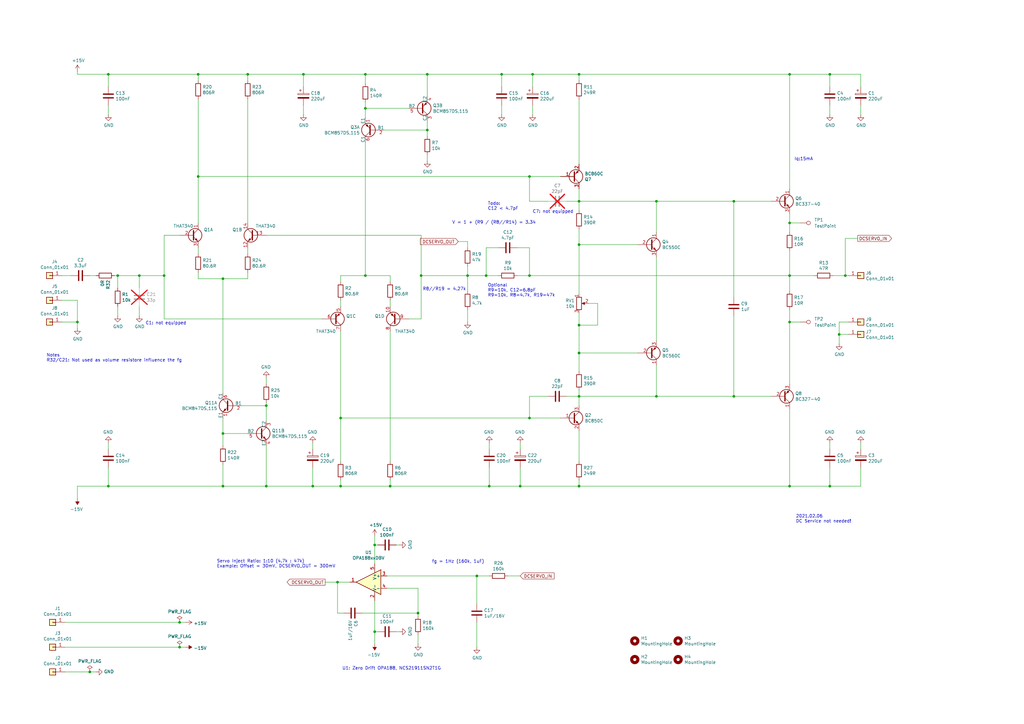
<source format=kicad_sch>
(kicad_sch (version 20230121) (generator eeschema)
  (paper "A3")
  (title_block (title "Discrete Pre-Amp Elektor THAT340 with DC Servo") (date "2023-01-01") (rev "v2e"))
  (lib_symbols
    (symbol "Amplifier_Operational:OPA188xxDBV" (pin_names (offset 0.127))
      (property "Reference" "U" (at 0 5.08 0))
      (property "Value" "OPA188xxDBV" (at 0 -5.08 0))
      (symbol "OPA188xxDBV_0_1"
        (pin power_in line (at -2.54 -7.62 90) (length 3.81) (name "V-") (number "2"))
        (pin power_in line (at -2.54 7.62 270) (length 3.81) (name "V+") (number "5"))
      )
      (symbol "OPA188xxDBV_1_1"
        (pin output line (at 7.62 0 180) (length 2.54) (name "~") (number "1"))
        (pin input line (at -7.62 2.54 0) (length 2.54) (name "+") (number "3"))
        (pin input line (at -7.62 -2.54 0) (length 2.54) (name "-") (number "4"))
      )
    )
    (symbol "Connector:TestPoint" (pin_numbers hide) (pin_names (offset 0.762) hide)
      (property "Reference" "TP" (at 0 6.858 0))
      (property "Value" "TestPoint" (at 0 5.08 0))
      (symbol "TestPoint_1_1"
        (pin passive line (at 0 0 90) (length 2.54) (name "1") (number "1"))
      )
    )
    (symbol "Connector_Generic:Conn_01x01" (pin_names (offset 1.016) hide)
      (property "Reference" "J" (at 0 2.54 0))
      (property "Value" "Conn_01x01" (at 0 -2.54 0))
      (symbol "Conn_01x01_1_1"
        (pin passive line (at -5.08 0 0) (length 3.81) (name "Pin_1") (number "1"))
      )
    )
    (symbol "Device:C" (pin_numbers hide) (pin_names (offset 0.254))
      (property "Reference" "C" (at 0.635 2.54 0))
      (property "Value" "C" (at 0.635 -2.54 0))
      (symbol "C_1_1"
        (pin passive line (at 0 3.81 270) (length 2.794) (name "~") (number "1"))
        (pin passive line (at 0 -3.81 90) (length 2.794) (name "~") (number "2"))
      )
    )
    (symbol "Device:C_Polarized" (pin_numbers hide) (pin_names (offset 0.254))
      (property "Reference" "C" (at 0.635 2.54 0))
      (property "Value" "C_Polarized" (at 0.635 -2.54 0))
      (symbol "C_Polarized_1_1"
        (pin passive line (at 0 3.81 270) (length 2.794) (name "~") (number "1"))
        (pin passive line (at 0 -3.81 90) (length 2.794) (name "~") (number "2"))
      )
    )
    (symbol "Device:R" (pin_numbers hide) (pin_names (offset 0))
      (property "Reference" "R" (at 2.032 0 90))
      (property "Value" "R" (at 0 0 90))
      (symbol "R_1_1"
        (pin passive line (at 0 3.81 270) (length 1.27) (name "~") (number "1"))
        (pin passive line (at 0 -3.81 90) (length 1.27) (name "~") (number "2"))
      )
    )
    (symbol "Mechanical:MountingHole" (pin_names (offset 1.016))
      (property "Reference" "H" (at 0 5.08 0))
      (property "Value" "MountingHole" (at 0 3.175 0))
    )
    (symbol "Transistor_BJT:BC327" (pin_names (offset 0) hide)
      (property "Reference" "Q" (at 5.08 1.905 0))
      (property "Value" "BC327" (at 5.08 0 0))
      (symbol "BC327_1_1"
        (pin passive line (at 2.54 5.08 270) (length 2.54) (name "C") (number "1"))
        (pin input line (at -5.08 0 0) (length 5.715) (name "B") (number "2"))
        (pin passive line (at 2.54 -5.08 90) (length 2.54) (name "E") (number "3"))
      )
    )
    (symbol "Transistor_BJT:BC337" (pin_names (offset 0) hide)
      (property "Reference" "Q" (at 5.08 1.905 0))
      (property "Value" "BC337" (at 5.08 0 0))
      (symbol "BC337_1_1"
        (pin passive line (at 2.54 5.08 270) (length 2.54) (name "C") (number "1"))
        (pin input line (at -5.08 0 0) (length 5.08) (name "B") (number "2"))
        (pin passive line (at 2.54 -5.08 90) (length 2.54) (name "E") (number "3"))
      )
    )
    (symbol "Transistor_BJT:BC550" (pin_names (offset 0) hide)
      (property "Reference" "Q" (at 5.08 1.905 0))
      (property "Value" "BC550" (at 5.08 0 0))
      (symbol "BC550_1_1"
        (pin passive line (at 2.54 5.08 270) (length 2.54) (name "C") (number "1"))
        (pin input line (at -5.08 0 0) (length 5.08) (name "B") (number "2"))
        (pin passive line (at 2.54 -5.08 90) (length 2.54) (name "E") (number "3"))
      )
    )
    (symbol "Transistor_BJT:BC560" (pin_names (offset 0) hide)
      (property "Reference" "Q" (at 5.08 1.905 0))
      (property "Value" "BC560" (at 5.08 0 0))
      (symbol "BC560_1_1"
        (pin passive line (at 2.54 5.08 270) (length 2.54) (name "C") (number "1"))
        (pin input line (at -5.08 0 0) (length 5.715) (name "B") (number "2"))
        (pin passive line (at 2.54 -5.08 90) (length 2.54) (name "E") (number "3"))
      )
    )
    (symbol "Transistor_BJT:BC850" (pin_names (offset 0) hide)
      (property "Reference" "Q" (at 5.08 1.905 0))
      (property "Value" "BC850" (at 5.08 0 0))
      (symbol "BC850_1_1"
        (pin input line (at -5.08 0 0) (length 5.715) (name "B") (number "1"))
        (pin passive line (at 2.54 -5.08 90) (length 2.54) (name "E") (number "2"))
        (pin passive line (at 2.54 5.08 270) (length 2.54) (name "C") (number "3"))
      )
    )
    (symbol "Transistor_BJT:BC860" (pin_names (offset 0) hide)
      (property "Reference" "Q" (at 5.08 1.905 0))
      (property "Value" "BC860" (at 5.08 0 0))
      (symbol "BC860_1_1"
        (pin input line (at -5.08 0 0) (length 5.715) (name "B") (number "1"))
        (pin passive line (at 2.54 -5.08 90) (length 2.54) (name "E") (number "2"))
        (pin passive line (at 2.54 5.08 270) (length 2.54) (name "C") (number "3"))
      )
    )
    (symbol "kicad-snk:BCM847DS,115" (pin_names (offset 0))
      (property "Reference" "Q" (at 5.08 1.27 0))
      (property "Value" "BCM847DS,115" (at 5.08 -1.27 0))
      (symbol "BCM847DS,115_1_1"
        (pin passive line (at 2.54 -5.08 90) (length 2.54) (name "E1") (number "1"))
        (pin input line (at -5.08 0 0) (length 2.54) (name "B1") (number "2"))
        (pin passive line (at 2.54 5.08 270) (length 2.54) (name "C1") (number "6"))
      )
      (symbol "BCM847DS,115_2_1"
        (pin passive line (at 2.54 5.08 270) (length 2.54) (name "C2") (number "3"))
        (pin passive line (at 2.54 -5.08 90) (length 2.54) (name "E2") (number "4"))
        (pin input line (at -5.08 0 0) (length 2.54) (name "B2") (number "5"))
      )
    )
    (symbol "kicad-snk:BCM857DS,115" (pin_names (offset 0))
      (property "Reference" "Q" (at 5.08 1.27 0))
      (property "Value" "BCM857DS,115" (at 5.08 -1.27 0))
      (symbol "BCM857DS,115_1_1"
        (pin passive line (at 2.54 -5.08 90) (length 2.54) (name "E1") (number "1"))
        (pin input line (at -5.08 0 0) (length 2.54) (name "B1") (number "2"))
        (pin passive line (at 2.54 5.08 270) (length 2.54) (name "C1") (number "6"))
      )
      (symbol "BCM857DS,115_2_1"
        (pin passive line (at 2.54 5.08 270) (length 2.54) (name "C2") (number "3"))
        (pin passive line (at 2.54 -5.08 90) (length 2.54) (name "E2") (number "4"))
        (pin input line (at -5.08 0 0) (length 2.54) (name "B2") (number "5"))
      )
    )
    (symbol "kicad-snk:THAT340" (pin_names (offset 0) hide)
      (property "Reference" "Q" (at 5.334 -5.08 0))
      (property "Value" "THAT340" (at 5.334 -6.858 0))
      (property "Datasheet" "http://www.thatcorp.com/datashts/THAT_300-Series_Datasheet.pdf" (at -2.032 0 0))
      (symbol "THAT340_1_1"
        (pin passive line (at 2.54 5.08 270) (length 2.54) (name "C") (number "1"))
        (pin input line (at -5.08 0 0) (length 5.715) (name "B") (number "2"))
        (pin passive line (at 2.54 -5.08 90) (length 2.54) (name "E") (number "3"))
      )
      (symbol "THAT340_2_1"
        (pin passive line (at 2.54 -5.08 90) (length 2.54) (name "E") (number "12"))
        (pin input line (at -5.08 0 0) (length 5.715) (name "B") (number "13"))
        (pin passive line (at 2.54 5.08 270) (length 2.54) (name "C") (number "14"))
      )
      (symbol "THAT340_3_1"
        (pin passive line (at 2.54 5.08 270) (length 2.54) (name "C") (number "5"))
        (pin input line (at -5.08 0 0) (length 5.715) (name "B") (number "6"))
        (pin passive line (at 2.54 -5.08 90) (length 2.54) (name "E") (number "7"))
      )
      (symbol "THAT340_4_1"
        (pin input line (at 2.54 5.08 270) (length 2.54) (name "~") (number "10"))
        (pin passive line (at 2.54 -5.08 90) (length 2.54) (name "E") (number "8"))
        (pin input line (at -5.08 0 0) (length 5.715) (name "B") (number "9"))
      )
      (symbol "THAT340_5_0"
        (text "SUB" (at -2.667 0 0) (effects (font (size 1.524 1.524))))
        (text "SUB" (at 2.921 0 0) (effects (font (size 1.524 1.524))))
      )
      (symbol "THAT340_5_1"
        (pin passive line (at 7.62 0 180) (length 2.54) (name "E") (number "11"))
        (pin input line (at -7.62 0 0) (length 2.54) (name "B") (number "4"))
      )
    )
    (symbol "power:+15V" (power) (pin_names (offset 0))
      (property "Value" "+15V" (at 0 3.556 0))
      (symbol "+15V_1_1"
        (pin power_in line (at 0 0 90) (length 0) hide (name "+15V") (number "1"))
      )
    )
    (symbol "power:-15V" (power) (pin_names (offset 0))
      (property "Value" "-15V" (at 0 3.81 0))
      (symbol "-15V_0_0"
        (pin power_in line (at 0 0 90) (length 0) hide (name "-15V") (number "1"))
      )
    )
    (symbol "power:GND" (power) (pin_names (offset 0))
      (property "Value" "GND" (at 0 -3.81 0))
      (symbol "GND_1_1"
        (pin power_in line (at 0 0 270) (length 0) hide (name "GND") (number "1"))
      )
    )
    (symbol "power:PWR_FLAG" (power) (pin_numbers hide) (pin_names (offset 0) hide)
      (property "Value" "PWR_FLAG" (at 0 3.81 0))
      (symbol "PWR_FLAG_0_0"
        (pin power_out line (at 0 0 90) (length 0) (name "pwr") (number "1"))
      )
    )
    (symbol "pre-amp-discret-rescue:R_POT-Device" (pin_names (offset 1.016) hide)
      (property "Reference" "RV" (at -4.445 0 90))
      (property "Value" "R_POT-Device" (at -2.54 0 90))
      (symbol "R_POT-Device_1_1"
        (pin passive line (at 0 3.81 270) (length 1.27) (name "1") (number "1"))
        (pin passive line (at 3.81 0 180) (length 1.27) (name "2") (number "2"))
        (pin passive line (at 0 -3.81 90) (length 1.27) (name "3") (number "3"))
      )
    )
  )
  (junction (at 149.86 113.03))
  (junction (at 139.7 199.39))
  (junction (at 237.49 162.56))
  (junction (at 237.49 100.33))
  (junction (at 237.49 30.48))
  (junction (at 149.86 30.48))
  (junction (at 67.31 113.03))
  (junction (at 160.02 199.39))
  (junction (at 237.49 82.55))
  (junction (at 300.99 82.55))
  (junction (at 175.26 30.48))
  (junction (at 237.49 133.35))
  (junction (at 217.17 72.39))
  (junction (at 124.46 30.48))
  (junction (at 340.36 199.39))
  (junction (at 195.58 236.22))
  (junction (at 171.45 251.46))
  (junction (at 139.7 171.45))
  (junction (at 346.71 113.03))
  (junction (at 323.85 91.44))
  (junction (at 91.44 114.3))
  (junction (at 138.43 238.76))
  (junction (at 172.72 113.03))
  (junction (at 36.83 275.59))
  (junction (at 153.67 223.52))
  (junction (at 237.49 144.78))
  (junction (at 205.74 30.48))
  (junction (at 323.85 113.03))
  (junction (at 44.45 30.48))
  (junction (at 81.28 30.48))
  (junction (at 175.26 53.34))
  (junction (at 217.17 171.45))
  (junction (at 44.45 199.39))
  (junction (at 73.66 255.27))
  (junction (at 109.22 166.37))
  (junction (at 57.15 113.03))
  (junction (at 269.24 162.56))
  (junction (at 323.85 30.48))
  (junction (at 109.22 199.39))
  (junction (at 31.75 132.08))
  (junction (at 218.44 30.48))
  (junction (at 213.36 199.39))
  (junction (at 73.66 265.43))
  (junction (at 91.44 199.39))
  (junction (at 323.85 132.08))
  (junction (at 81.28 72.39))
  (junction (at 191.77 113.03))
  (junction (at 200.66 199.39))
  (junction (at 48.26 113.03))
  (junction (at 269.24 82.55))
  (junction (at 340.36 30.48))
  (junction (at 237.49 199.39))
  (junction (at 149.86 44.45))
  (junction (at 91.44 177.8))
  (junction (at 199.39 113.03))
  (junction (at 128.27 199.39))
  (junction (at 101.6 30.48))
  (junction (at 344.17 137.16))
  (junction (at 300.99 162.56))
  (junction (at 217.17 113.03))
  (junction (at 323.85 199.39))
  (junction (at 153.67 259.08))
  (wire (pts (xy 26.67 265.43) (xy 73.66 265.43)))
  (wire (pts (xy 73.66 255.27) (xy 76.2 255.27)))
  (wire (pts (xy 347.98 132.08) (xy 344.17 132.08)))
  (wire (pts (xy 91.44 114.3) (xy 81.28 114.3)))
  (wire (pts (xy 237.49 100.33) (xy 237.49 93.98)))
  (wire (pts (xy 200.66 184.15) (xy 200.66 181.61)))
  (wire (pts (xy 163.83 223.52) (xy 162.56 223.52)))
  (wire (pts (xy 158.75 236.22) (xy 195.58 236.22)))
  (wire (pts (xy 109.22 182.88) (xy 109.22 199.39)))
  (wire (pts (xy 323.85 119.38) (xy 323.85 113.03)))
  (wire (pts (xy 212.09 101.6) (xy 217.17 101.6)))
  (wire (pts (xy 353.06 43.18) (xy 353.06 46.99)))
  (wire (pts (xy 353.06 30.48) (xy 340.36 30.48)))
  (wire (pts (xy 237.49 199.39) (xy 237.49 196.85)))
  (wire (pts (xy 67.31 96.52) (xy 67.31 113.03)))
  (wire (pts (xy 205.74 30.48) (xy 218.44 30.48)))
  (wire (pts (xy 261.62 100.33) (xy 237.49 100.33)))
  (wire (pts (xy 237.49 176.53) (xy 237.49 189.23)))
  (wire (pts (xy 149.86 113.03) (xy 160.02 113.03)))
  (wire (pts (xy 205.74 30.48) (xy 205.74 35.56)))
  (wire (pts (xy 213.36 191.77) (xy 213.36 199.39)))
  (wire (pts (xy 172.72 96.52) (xy 172.72 113.03)))
  (wire (pts (xy 138.43 251.46) (xy 138.43 238.76)))
  (wire (pts (xy 153.67 219.71) (xy 153.67 223.52)))
  (wire (pts (xy 237.49 162.56) (xy 237.49 160.02)))
  (wire (pts (xy 153.67 246.38) (xy 153.67 259.08)))
  (wire (pts (xy 269.24 82.55) (xy 237.49 82.55)))
  (wire (pts (xy 344.17 132.08) (xy 344.17 137.16)))
  (wire (pts (xy 217.17 162.56) (xy 217.17 171.45)))
  (wire (pts (xy 347.98 137.16) (xy 344.17 137.16)))
  (wire (pts (xy 31.75 199.39) (xy 44.45 199.39)))
  (wire (pts (xy 340.36 35.56) (xy 340.36 30.48)))
  (wire (pts (xy 237.49 86.36) (xy 237.49 82.55)))
  (wire (pts (xy 323.85 91.44) (xy 328.295 91.44)))
  (wire (pts (xy 237.49 33.02) (xy 237.49 30.48)))
  (wire (pts (xy 25.4 132.08) (xy 31.75 132.08)))
  (wire (pts (xy 160.02 125.73) (xy 160.02 123.19)))
  (wire (pts (xy 148.59 251.46) (xy 171.45 251.46)))
  (wire (pts (xy 26.67 255.27) (xy 73.66 255.27)))
  (wire (pts (xy 160.02 135.89) (xy 160.02 189.23)))
  (wire (pts (xy 109.22 96.52) (xy 172.72 96.52)))
  (wire (pts (xy 199.39 113.03) (xy 191.77 113.03)))
  (wire (pts (xy 175.26 66.04) (xy 175.26 63.5)))
  (wire (pts (xy 101.6 40.64) (xy 101.6 91.44)))
  (wire (pts (xy 44.45 35.56) (xy 44.45 30.48)))
  (wire (pts (xy 57.15 113.03) (xy 67.31 113.03)))
  (wire (pts (xy 149.86 34.29) (xy 149.86 30.48)))
  (wire (pts (xy 160.02 199.39) (xy 200.66 199.39)))
  (wire (pts (xy 205.74 46.99) (xy 205.74 43.18)))
  (wire (pts (xy 44.45 184.15) (xy 44.45 181.61)))
  (wire (pts (xy 175.26 30.48) (xy 205.74 30.48)))
  (wire (pts (xy 157.48 53.34) (xy 175.26 53.34)))
  (wire (pts (xy 109.22 165.1) (xy 109.22 166.37)))
  (wire (pts (xy 224.79 162.56) (xy 217.17 162.56)))
  (wire (pts (xy 139.7 135.89) (xy 139.7 171.45)))
  (wire (pts (xy 128.27 184.15) (xy 128.27 181.61)))
  (wire (pts (xy 153.67 259.08) (xy 153.67 264.16)))
  (wire (pts (xy 224.79 82.55) (xy 217.17 82.55)))
  (wire (pts (xy 57.15 129.54) (xy 57.15 125.73)))
  (wire (pts (xy 101.6 30.48) (xy 101.6 33.02)))
  (wire (pts (xy 48.26 118.11) (xy 48.26 113.03)))
  (wire (pts (xy 323.85 87.63) (xy 323.85 91.44)))
  (wire (pts (xy 109.22 166.37) (xy 109.22 172.72)))
  (wire (pts (xy 48.26 113.03) (xy 57.15 113.03)))
  (wire (pts (xy 232.41 162.56) (xy 237.49 162.56)))
  (wire (pts (xy 31.75 30.48) (xy 31.75 29.21)))
  (wire (pts (xy 149.86 48.26) (xy 149.86 44.45)))
  (wire (pts (xy 26.67 275.59) (xy 36.83 275.59)))
  (wire (pts (xy 340.36 199.39) (xy 340.36 191.77)))
  (wire (pts (xy 200.66 191.77) (xy 200.66 199.39)))
  (wire (pts (xy 67.31 113.03) (xy 67.31 130.81)))
  (wire (pts (xy 323.85 167.64) (xy 323.85 199.39)))
  (wire (pts (xy 245.11 133.35) (xy 237.49 133.35)))
  (wire (pts (xy 213.36 199.39) (xy 237.49 199.39)))
  (wire (pts (xy 300.99 162.56) (xy 269.24 162.56)))
  (wire (pts (xy 217.17 171.45) (xy 139.7 171.45)))
  (wire (pts (xy 109.22 157.48) (xy 109.22 154.94)))
  (wire (pts (xy 139.7 125.73) (xy 139.7 123.19)))
  (wire (pts (xy 73.66 265.43) (xy 76.2 265.43)))
  (wire (pts (xy 44.45 199.39) (xy 44.45 191.77)))
  (wire (pts (xy 346.71 113.03) (xy 347.98 113.03)))
  (wire (pts (xy 139.7 113.03) (xy 149.86 113.03)))
  (wire (pts (xy 237.49 199.39) (xy 323.85 199.39)))
  (wire (pts (xy 323.85 199.39) (xy 340.36 199.39)))
  (wire (pts (xy 300.99 129.54) (xy 300.99 162.56)))
  (wire (pts (xy 31.75 132.08) (xy 31.75 134.62)))
  (wire (pts (xy 172.72 113.03) (xy 191.77 113.03)))
  (wire (pts (xy 232.41 82.55) (xy 237.49 82.55)))
  (wire (pts (xy 340.36 184.15) (xy 340.36 181.61)))
  (wire (pts (xy 44.45 46.99) (xy 44.45 43.18)))
  (wire (pts (xy 213.36 184.15) (xy 213.36 181.61)))
  (wire (pts (xy 323.85 157.48) (xy 323.85 132.08)))
  (wire (pts (xy 153.67 223.52) (xy 153.67 231.14)))
  (wire (pts (xy 175.26 53.34) (xy 175.26 49.53)))
  (wire (pts (xy 323.85 30.48) (xy 340.36 30.48)))
  (wire (pts (xy 237.49 133.35) (xy 237.49 144.78)))
  (wire (pts (xy 175.26 39.37) (xy 175.26 30.48)))
  (wire (pts (xy 237.49 30.48) (xy 323.85 30.48)))
  (wire (pts (xy 128.27 199.39) (xy 128.27 191.77)))
  (wire (pts (xy 101.6 114.3) (xy 91.44 114.3)))
  (wire (pts (xy 217.17 113.03) (xy 323.85 113.03)))
  (wire (pts (xy 167.64 130.81) (xy 172.72 130.81)))
  (wire (pts (xy 31.75 204.47) (xy 31.75 199.39)))
  (wire (pts (xy 139.7 171.45) (xy 139.7 189.23)))
  (wire (pts (xy 81.28 114.3) (xy 81.28 111.76)))
  (wire (pts (xy 101.6 177.8) (xy 91.44 177.8)))
  (wire (pts (xy 36.83 113.03) (xy 39.37 113.03)))
  (wire (pts (xy 154.94 259.08) (xy 153.67 259.08)))
  (wire (pts (xy 81.28 104.14) (xy 81.28 101.6)))
  (wire (pts (xy 31.75 30.48) (xy 44.45 30.48)))
  (wire (pts (xy 31.75 123.19) (xy 31.75 132.08)))
  (wire (pts (xy 160.02 115.57) (xy 160.02 113.03)))
  (wire (pts (xy 101.6 104.14) (xy 101.6 101.6)))
  (wire (pts (xy 172.72 113.03) (xy 172.72 130.81)))
  (wire (pts (xy 140.97 251.46) (xy 138.43 251.46)))
  (wire (pts (xy 191.77 101.6) (xy 191.77 99.06)))
  (wire (pts (xy 81.28 40.64) (xy 81.28 72.39)))
  (wire (pts (xy 212.09 113.03) (xy 217.17 113.03)))
  (wire (pts (xy 99.06 166.37) (xy 109.22 166.37)))
  (wire (pts (xy 300.99 121.92) (xy 300.99 82.55)))
  (wire (pts (xy 229.87 171.45) (xy 217.17 171.45)))
  (wire (pts (xy 91.44 177.8) (xy 91.44 171.45)))
  (wire (pts (xy 323.85 113.03) (xy 334.01 113.03)))
  (wire (pts (xy 269.24 149.86) (xy 269.24 162.56)))
  (wire (pts (xy 44.45 199.39) (xy 91.44 199.39)))
  (wire (pts (xy 353.06 184.15) (xy 353.06 181.61)))
  (wire (pts (xy 323.85 30.48) (xy 323.85 77.47)))
  (wire (pts (xy 346.71 97.79) (xy 346.71 113.03)))
  (wire (pts (xy 109.22 199.39) (xy 128.27 199.39)))
  (wire (pts (xy 139.7 115.57) (xy 139.7 113.03)))
  (wire (pts (xy 245.11 124.46) (xy 245.11 133.35)))
  (wire (pts (xy 199.39 101.6) (xy 199.39 113.03)))
  (wire (pts (xy 36.83 275.59) (xy 39.37 275.59)))
  (wire (pts (xy 128.27 199.39) (xy 139.7 199.39)))
  (wire (pts (xy 353.06 199.39) (xy 353.06 191.77)))
  (wire (pts (xy 25.4 113.03) (xy 29.21 113.03)))
  (wire (pts (xy 149.86 30.48) (xy 175.26 30.48)))
  (wire (pts (xy 171.45 260.35) (xy 171.45 264.16)))
  (wire (pts (xy 149.86 58.42) (xy 149.86 113.03)))
  (wire (pts (xy 241.3 124.46) (xy 245.11 124.46)))
  (wire (pts (xy 124.46 35.56) (xy 124.46 30.48)))
  (wire (pts (xy 195.58 236.22) (xy 200.66 236.22)))
  (wire (pts (xy 139.7 199.39) (xy 160.02 199.39)))
  (wire (pts (xy 171.45 241.3) (xy 158.75 241.3)))
  (wire (pts (xy 353.06 199.39) (xy 340.36 199.39)))
  (wire (pts (xy 57.15 118.11) (xy 57.15 113.03)))
  (wire (pts (xy 25.4 123.19) (xy 31.75 123.19)))
  (wire (pts (xy 208.28 236.22) (xy 213.36 236.22)))
  (wire (pts (xy 217.17 101.6) (xy 217.17 113.03)))
  (wire (pts (xy 48.26 129.54) (xy 48.26 125.73)))
  (wire (pts (xy 133.35 238.76) (xy 138.43 238.76)))
  (wire (pts (xy 139.7 199.39) (xy 139.7 196.85)))
  (wire (pts (xy 217.17 72.39) (xy 217.17 82.55)))
  (wire (pts (xy 81.28 30.48) (xy 101.6 30.48)))
  (wire (pts (xy 167.64 44.45) (xy 149.86 44.45)))
  (wire (pts (xy 149.86 44.45) (xy 149.86 41.91)))
  (wire (pts (xy 218.44 30.48) (xy 237.49 30.48)))
  (wire (pts (xy 191.77 127) (xy 191.77 132.08)))
  (wire (pts (xy 81.28 30.48) (xy 81.28 33.02)))
  (wire (pts (xy 175.26 55.88) (xy 175.26 53.34)))
  (wire (pts (xy 191.77 113.03) (xy 191.77 119.38)))
  (wire (pts (xy 124.46 43.18) (xy 124.46 46.99)))
  (wire (pts (xy 67.31 96.52) (xy 73.66 96.52)))
  (wire (pts (xy 46.99 113.03) (xy 48.26 113.03)))
  (wire (pts (xy 163.83 259.08) (xy 162.56 259.08)))
  (wire (pts (xy 218.44 43.18) (xy 218.44 46.99)))
  (wire (pts (xy 204.47 101.6) (xy 199.39 101.6)))
  (wire (pts (xy 171.45 252.73) (xy 171.45 251.46)))
  (wire (pts (xy 269.24 162.56) (xy 237.49 162.56)))
  (wire (pts (xy 237.49 144.78) (xy 237.49 152.4)))
  (wire (pts (xy 195.58 247.65) (xy 195.58 236.22)))
  (wire (pts (xy 344.17 140.97) (xy 344.17 137.16)))
  (wire (pts (xy 199.39 113.03) (xy 204.47 113.03)))
  (wire (pts (xy 237.49 120.65) (xy 237.49 100.33)))
  (wire (pts (xy 353.06 35.56) (xy 353.06 30.48)))
  (wire (pts (xy 269.24 105.41) (xy 269.24 139.7)))
  (wire (pts (xy 341.63 113.03) (xy 346.71 113.03)))
  (wire (pts (xy 323.85 91.44) (xy 323.85 95.25)))
  (wire (pts (xy 237.49 82.55) (xy 237.49 77.47)))
  (wire (pts (xy 200.66 199.39) (xy 213.36 199.39)))
  (wire (pts (xy 171.45 251.46) (xy 171.45 241.3)))
  (wire (pts (xy 138.43 238.76) (xy 143.51 238.76)))
  (wire (pts (xy 124.46 30.48) (xy 101.6 30.48)))
  (wire (pts (xy 323.85 132.08) (xy 328.295 132.08)))
  (wire (pts (xy 191.77 99.06) (xy 187.96 99.06)))
  (wire (pts (xy 195.58 265.43) (xy 195.58 255.27)))
  (wire (pts (xy 323.85 113.03) (xy 323.85 102.87)))
  (wire (pts (xy 160.02 199.39) (xy 160.02 196.85)))
  (wire (pts (xy 81.28 72.39) (xy 81.28 91.44)))
  (wire (pts (xy 101.6 114.3) (xy 101.6 111.76)))
  (wire (pts (xy 351.79 97.79) (xy 346.71 97.79)))
  (wire (pts (xy 67.31 130.81) (xy 132.08 130.81)))
  (wire (pts (xy 269.24 95.25) (xy 269.24 82.55)))
  (wire (pts (xy 91.44 199.39) (xy 109.22 199.39)))
  (wire (pts (xy 217.17 72.39) (xy 81.28 72.39)))
  (wire (pts (xy 300.99 82.55) (xy 269.24 82.55)))
  (wire (pts (xy 154.94 223.52) (xy 153.67 223.52)))
  (wire (pts (xy 237.49 40.64) (xy 237.49 67.31)))
  (wire (pts (xy 323.85 132.08) (xy 323.85 127)))
  (wire (pts (xy 44.45 30.48) (xy 81.28 30.48)))
  (wire (pts (xy 91.44 161.29) (xy 91.44 114.3)))
  (wire (pts (xy 237.49 166.37) (xy 237.49 162.56)))
  (wire (pts (xy 316.23 162.56) (xy 300.99 162.56)))
  (wire (pts (xy 229.87 72.39) (xy 217.17 72.39)))
  (wire (pts (xy 91.44 190.5) (xy 91.44 199.39)))
  (wire (pts (xy 191.77 109.22) (xy 191.77 113.03)))
  (wire (pts (xy 237.49 128.27) (xy 237.49 133.35)))
  (wire (pts (xy 261.62 144.78) (xy 237.49 144.78)))
  (wire (pts (xy 340.36 46.99) (xy 340.36 43.18)))
  (wire (pts (xy 91.44 182.88) (xy 91.44 177.8)))
  (wire (pts (xy 124.46 30.48) (xy 149.86 30.48)))
  (wire (pts (xy 218.44 30.48) (xy 218.44 35.56)))
  (wire (pts (xy 316.23 82.55) (xy 300.99 82.55)))
  (text "V = 1 + (R9 / (R8//R14) = 3.34" (at 185.42 92.075 0) (effects (font (size 1.27 1.27)) (justify left bottom)))
  (text "U1: Zero Drift OPA188, NCS21911SN2T1G" (at 140.335 274.955 0) (effects (font (size 1.27 1.27)) (justify left bottom)))
  (text "Notes\nR32/C21: Not used as volume resistore influence the fg" (at 19.05 148.59 0) (effects (font (size 1.27 1.27)) (justify left bottom)))
  (text "R8//R19 = 4.27k" (at 173.355 119.38 0) (effects (font (size 1.27 1.27)) (justify left bottom)))
  (text "2021.02.06\nDC Service not needed!" (at 326.39 214.63 0) (effects (font (size 1.27 1.27)) (justify left bottom)))
  (text "fg = 1Hz (160k, 1uF)" (at 177.165 231.14 0) (effects (font (size 1.27 1.27)) (justify left bottom)))
  (text "Optional\nR9=10k, C12=6.8pF\nR9=10k, R8=4.7k, R19=47k" (at 200.025 121.92 0) (effects (font (size 1.27 1.27)) (justify left bottom)))
  (text "Todo:\nC12 < 4.7pF" (at 200.025 86.36 0) (effects (font (size 1.27 1.27)) (justify left bottom)))
  (text "C7: not equipped" (at 218.44 87.63 0) (effects (font (size 1.27 1.27)) (justify left bottom)))
  (text "C1: not equipped" (at 59.69 133.35 0) (effects (font (size 1.27 1.27)) (justify left bottom)))
  (text "Servo Inject Ratio: 1:10 (4.7k : 47k)\nExample: Offset = 30mV, DCSERVO_OUT = 300mV" (at 88.9 233.045 0) (effects (font (size 1.27 1.27)) (justify left bottom)))
  (text "Iq:15mA" (at 325.755 66.04 0) (effects (font (size 1.27 1.27)) (justify left bottom)))
  (global_label "DCSERVO_OUT" (shape output) (at 133.35 238.76 180) (property "Intersheetrefs" "${INTERSHEET_REFS}" (effects hide)))
  (global_label "DCSERVO_OUT" (shape input) (at 187.96 99.06 180) (property "Intersheetrefs" "${INTERSHEET_REFS}" (effects hide)))
  (global_label "DCSERVO_IN" (shape output) (at 351.79 97.79 0) (property "Intersheetrefs" "${INTERSHEET_REFS}" (effects hide)))
  (global_label "DCSERVO_IN" (shape input) (at 213.36 236.22 0) (property "Intersheetrefs" "${INTERSHEET_REFS}" (effects hide)))
  (symbol (lib_id "Device:R") (at 160.02 193.04 0) (unit 1)
    (property "Reference" "R6" (at 161.798 191.8716 0) (effects (justify left)))
    (property "Value" "806R" (at 161.798 194.183 0) (effects (justify left)))
    (property "Footprint" "Resistor_SMD:R_0805_2012Metric_Pad1.20x1.40mm_HandSolder" (effects hide))
  )
  (symbol (lib_id "Device:C") (at 33.02 113.03 270) (unit 1)
    (property "Reference" "C2" (at 33.02 106.6292 90))
    (property "Value" "3.3uF" (at 33.02 108.9406 90))
    (property "Footprint" "Capacitor_THT:C_Rect_L7.2mm_W7.2mm_P5.00mm_FKS2_FKP2_MKS2_MKP2" (effects hide))
  )
  (symbol (lib_id "power:GND") (at 48.26 129.54 0) (unit 1)
    (property "Reference" "#PWR09" (effects hide))
    (property "Value" "GND" (at 48.387 133.9342 0))
  )
  (symbol (lib_id "Device:R") (at 139.7 193.04 0) (unit 1)
    (property "Reference" "R3" (at 141.478 191.8716 0) (effects (justify left)))
    (property "Value" "806R" (at 141.478 194.183 0) (effects (justify left)))
    (property "Footprint" "Resistor_SMD:R_0805_2012Metric_Pad1.20x1.40mm_HandSolder" (effects hide))
  )
  (symbol (lib_id "Device:R") (at 48.26 121.92 0) (unit 1)
    (property "Reference" "R1" (at 50.038 120.7516 0) (effects (justify left)))
    (property "Value" "10k" (at 50.038 123.063 0) (effects (justify left)))
    (property "Footprint" "Resistor_SMD:R_0805_2012Metric_Pad1.20x1.40mm_HandSolder" (effects hide))
  )
  (symbol (lib_id "Device:R") (at 191.77 123.19 0) (unit 1)
    (property "Reference" "R8" (at 193.548 122.0216 0) (effects (justify left)))
    (property "Value" "4.7k" (at 193.548 124.333 0) (effects (justify left)))
    (property "Footprint" "Resistor_SMD:R_0805_2012Metric_Pad1.20x1.40mm_HandSolder" (effects hide))
  )
  (symbol (lib_id "Device:R") (at 208.28 113.03 270) (unit 1)
    (property "Reference" "R9" (at 208.28 107.7722 90))
    (property "Value" "10k" (at 208.28 110.0836 90))
    (property "Footprint" "Resistor_SMD:R_0805_2012Metric_Pad1.20x1.40mm_HandSolder" (effects hide))
  )
  (symbol (lib_id "Device:R") (at 139.7 119.38 0) (unit 1)
    (property "Reference" "R2" (at 141.478 118.2116 0) (effects (justify left)))
    (property "Value" "80.6R" (at 141.478 120.523 0) (effects (justify left)))
    (property "Footprint" "Resistor_SMD:R_0805_2012Metric_Pad1.20x1.40mm_HandSolder" (effects hide))
  )
  (symbol (lib_id "Device:R") (at 160.02 119.38 0) (unit 1)
    (property "Reference" "R5" (at 161.798 118.2116 0) (effects (justify left)))
    (property "Value" "80.6R" (at 161.798 120.523 0) (effects (justify left)))
    (property "Footprint" "Resistor_SMD:R_0805_2012Metric_Pad1.20x1.40mm_HandSolder" (effects hide))
  )
  (symbol (lib_id "Device:R") (at 149.86 38.1 0) (unit 1)
    (property "Reference" "R4" (at 151.638 36.9316 0) (effects (justify left)))
    (property "Value" "140R" (at 151.638 39.243 0) (effects (justify left)))
    (property "Footprint" "Resistor_SMD:R_0805_2012Metric_Pad1.20x1.40mm_HandSolder" (effects hide))
  )
  (symbol (lib_id "Device:R") (at 175.26 59.69 0) (unit 1)
    (property "Reference" "R7" (at 177.038 58.5216 0) (effects (justify left)))
    (property "Value" "10k" (at 177.038 60.833 0) (effects (justify left)))
    (property "Footprint" "Resistor_SMD:R_0805_2012Metric_Pad1.20x1.40mm_HandSolder" (effects hide))
  )
  (symbol (lib_id "Transistor_BJT:BC860") (at 234.95 72.39 0) (mirror x) (unit 1)
    (property "Reference" "Q7" (at 239.8014 73.5584 0) (effects (justify left)))
    (property "Value" "BC860C" (at 239.8014 71.247 0) (effects (justify left)))
    (property "Footprint" "Package_TO_SOT_SMD:SOT-23" (effects hide))
    (property "Datasheet" "http://www.infineon.com/dgdl/Infineon-BC857SERIES_BC858SERIES_BC859SERIES_BC860SERIES-DS-v01_01-en.pdf?fileId=db3a304314dca389011541da0e3a1661" (effects hide))
  )
  (symbol (lib_id "Device:R") (at 237.49 36.83 0) (unit 1)
    (property "Reference" "R11" (at 239.268 35.6616 0) (effects (justify left)))
    (property "Value" "249R" (at 239.268 37.973 0) (effects (justify left)))
    (property "Footprint" "Resistor_SMD:R_0805_2012Metric_Pad1.20x1.40mm_HandSolder" (effects hide))
  )
  (symbol (lib_id "power:GND") (at 191.77 132.08 0) (unit 1)
    (property "Reference" "#PWR013" (effects hide))
    (property "Value" "GND" (at 191.897 136.4742 0))
  )
  (symbol (lib_id "power:GND") (at 31.75 134.62 0) (unit 1)
    (property "Reference" "#PWR04" (effects hide))
    (property "Value" "GND" (at 31.877 139.0142 0))
  )
  (symbol (lib_id "Mechanical:MountingHole") (at 260.35 262.89 0) (unit 1)
    (property "Reference" "H1" (at 262.89 261.7216 0) (effects (justify left)))
    (property "Value" "MountingHole" (at 262.89 264.033 0) (effects (justify left)))
    (property "Footprint" "MountingHole:MountingHole_3.2mm_M3" (effects hide))
  )
  (symbol (lib_id "Mechanical:MountingHole") (at 278.13 262.89 0) (unit 1)
    (property "Reference" "H3" (at 280.67 261.7216 0) (effects (justify left)))
    (property "Value" "MountingHole" (at 280.67 264.033 0) (effects (justify left)))
    (property "Footprint" "MountingHole:MountingHole_3.2mm_M3" (effects hide))
  )
  (symbol (lib_id "Mechanical:MountingHole") (at 260.35 270.51 0) (unit 1)
    (property "Reference" "H2" (at 262.89 269.3416 0) (effects (justify left)))
    (property "Value" "MountingHole" (at 262.89 271.653 0) (effects (justify left)))
    (property "Footprint" "MountingHole:MountingHole_3.2mm_M3" (effects hide))
  )
  (symbol (lib_id "Mechanical:MountingHole") (at 278.13 270.51 0) (unit 1)
    (property "Reference" "H4" (at 280.67 269.3416 0) (effects (justify left)))
    (property "Value" "MountingHole" (at 280.67 271.653 0) (effects (justify left)))
    (property "Footprint" "MountingHole:MountingHole_3.2mm_M3" (effects hide))
  )
  (symbol (lib_id "Connector_Generic:Conn_01x01") (at 20.32 113.03 180) (unit 1)
    (property "Reference" "J4" (at 22.4028 107.315 0))
    (property "Value" "Conn_01x01" (at 22.4028 109.6264 0))
    (property "Footprint" "Connector_Pin:Pin_D1.0mm_L10.0mm" (effects hide))
  )
  (symbol (lib_id "Connector_Generic:Conn_01x01") (at 20.32 123.19 180) (unit 1)
    (property "Reference" "J5" (at 22.4028 117.475 0))
    (property "Value" "Conn_01x01" (at 22.4028 119.7864 0))
    (property "Footprint" "Connector_Pin:Pin_D1.0mm_L10.0mm" (effects hide))
  )
  (symbol (lib_id "power:GND") (at 175.26 66.04 0) (unit 1)
    (property "Reference" "#PWR012" (effects hide))
    (property "Value" "GND" (at 175.387 70.4342 0))
  )
  (symbol (lib_id "power:+15V") (at 31.75 29.21 0) (unit 1)
    (property "Reference" "#PWR05" (effects hide))
    (property "Value" "+15V" (at 32.131 24.8158 0))
  )
  (symbol (lib_id "power:-15V") (at 31.75 204.47 180) (unit 1)
    (property "Reference" "#PWR08" (effects hide))
    (property "Value" "-15V" (at 31.369 208.8642 0))
  )
  (symbol (lib_id "Connector_Generic:Conn_01x01") (at 353.06 113.03 0) (unit 1)
    (property "Reference" "J6" (at 355.092 111.9632 0) (effects (justify left)))
    (property "Value" "Conn_01x01" (at 355.092 114.2746 0) (effects (justify left)))
    (property "Footprint" "Connector_Pin:Pin_D1.0mm_L10.0mm" (effects hide))
  )
  (symbol (lib_id "Connector_Generic:Conn_01x01") (at 353.06 137.16 0) (unit 1)
    (property "Reference" "J7" (at 355.092 136.0932 0) (effects (justify left)))
    (property "Value" "Conn_01x01" (at 355.092 138.4046 0) (effects (justify left)))
    (property "Footprint" "Connector_Pin:Pin_D1.0mm_L10.0mm" (effects hide))
  )
  (symbol (lib_id "Connector_Generic:Conn_01x01") (at 21.59 255.27 180) (unit 1)
    (property "Reference" "J1" (at 23.6728 249.555 0))
    (property "Value" "Conn_01x01" (at 23.6728 251.8664 0))
    (property "Footprint" "Connector_Pin:Pin_D1.0mm_L10.0mm" (effects hide))
  )
  (symbol (lib_id "Connector_Generic:Conn_01x01") (at 21.59 275.59 180) (unit 1)
    (property "Reference" "J2" (at 23.6728 269.875 0))
    (property "Value" "Conn_01x01" (at 23.6728 272.1864 0))
    (property "Footprint" "Connector_Pin:Pin_D1.0mm_L10.0mm" (effects hide))
  )
  (symbol (lib_id "Connector_Generic:Conn_01x01") (at 21.59 265.43 180) (unit 1)
    (property "Reference" "J3" (at 23.6728 259.715 0))
    (property "Value" "Conn_01x01" (at 23.6728 262.0264 0))
    (property "Footprint" "Connector_Pin:Pin_D1.0mm_L10.0mm" (effects hide))
  )
  (symbol (lib_id "power:GND") (at 39.37 275.59 90) (unit 1)
    (property "Reference" "#PWR02" (effects hide))
    (property "Value" "GND" (at 42.6212 275.463 90) (effects (justify right)))
  )
  (symbol (lib_id "power:+15V") (at 76.2 255.27 270) (unit 1)
    (property "Reference" "#PWR01" (effects hide))
    (property "Value" "+15V" (at 79.4512 255.651 90) (effects (justify left)))
  )
  (symbol (lib_id "Device:C_Polarized") (at 353.06 187.96 0) (unit 1)
    (property "Reference" "C3" (at 356.0572 186.7916 0) (effects (justify left)))
    (property "Value" "220uF" (at 356.0572 189.103 0) (effects (justify left)))
    (property "Footprint" "Capacitor_THT:CP_Radial_D8.0mm_P3.50mm" (effects hide))
  )
  (symbol (lib_id "Device:C") (at 340.36 187.96 180) (unit 1)
    (property "Reference" "C5" (at 343.281 186.7916 0) (effects (justify right)))
    (property "Value" "100nF" (at 343.281 189.103 0) (effects (justify right)))
    (property "Footprint" "Capacitor_SMD:C_1210_3225Metric_Pad1.33x2.70mm_HandSolder" (effects hide))
  )
  (symbol (lib_id "power:GND") (at 44.45 181.61 180) (unit 1)
    (property "Reference" "#PWR011" (effects hide))
    (property "Value" "GND" (at 44.323 177.2158 0))
  )
  (symbol (lib_id "Device:R") (at 337.82 113.03 270) (unit 1)
    (property "Reference" "R13" (at 337.82 107.7722 90))
    (property "Value" "47R" (at 337.82 110.0836 90))
    (property "Footprint" "Resistor_SMD:R_0805_2012Metric_Pad1.20x1.40mm_HandSolder" (effects hide))
  )
  (symbol (lib_id "Device:C_Polarized") (at 353.06 39.37 0) (unit 1)
    (property "Reference" "C1" (at 356.0572 38.2016 0) (effects (justify left)))
    (property "Value" "220uF" (at 356.0572 40.513 0) (effects (justify left)))
    (property "Footprint" "Capacitor_THT:CP_Radial_D8.0mm_P3.50mm" (effects hide))
  )
  (symbol (lib_id "Device:C") (at 340.36 39.37 180) (unit 1)
    (property "Reference" "C4" (at 343.281 38.2016 0) (effects (justify right)))
    (property "Value" "100nF" (at 343.281 40.513 0) (effects (justify right)))
    (property "Footprint" "Capacitor_SMD:C_1210_3225Metric_Pad1.33x2.70mm_HandSolder" (effects hide))
  )
  (symbol (lib_id "power:GND") (at 44.45 46.99 0) (unit 1)
    (property "Reference" "#PWR010" (effects hide))
    (property "Value" "GND" (at 44.577 51.3842 0))
  )
  (symbol (lib_id "power:GND") (at 344.17 140.97 0) (unit 1)
    (property "Reference" "#PWR015" (effects hide))
    (property "Value" "GND" (at 344.297 145.3642 0))
  )
  (symbol (lib_id "power:-15V") (at 76.2 265.43 270) (unit 1)
    (property "Reference" "#PWR0101" (effects hide))
    (property "Value" "-15V" (at 79.4512 265.811 90) (effects (justify left)))
  )
  (symbol (lib_id "power:PWR_FLAG") (at 36.83 275.59 0) (unit 1)
    (property "Reference" "#FLG0101" (effects hide))
    (property "Value" "PWR_FLAG" (at 36.83 271.1958 0))
  )
  (symbol (lib_id "power:PWR_FLAG") (at 73.66 265.43 0) (unit 1)
    (property "Reference" "#FLG0103" (effects hide))
    (property "Value" "PWR_FLAG" (at 73.66 261.0358 0))
  )
  (symbol (lib_id "Device:C") (at 208.28 101.6 270) (unit 1)
    (property "Reference" "C12" (at 208.28 95.1992 90))
    (property "Value" "4.7pF" (at 208.28 97.5106 90))
    (property "Footprint" "Capacitor_SMD:C_0805_2012Metric_Pad1.18x1.45mm_HandSolder" (effects hide))
  )
  (symbol (lib_id "Device:C") (at 44.45 39.37 180) (unit 1)
    (property "Reference" "C13" (at 47.371 38.2016 0) (effects (justify right)))
    (property "Value" "100nF" (at 47.371 40.513 0) (effects (justify right)))
    (property "Footprint" "Capacitor_SMD:C_1210_3225Metric_Pad1.33x2.70mm_HandSolder" (effects hide))
  )
  (symbol (lib_id "Device:C") (at 44.45 187.96 180) (unit 1)
    (property "Reference" "C14" (at 47.371 186.7916 0) (effects (justify right)))
    (property "Value" "100nF" (at 47.371 189.103 0) (effects (justify right)))
    (property "Footprint" "Capacitor_SMD:C_1210_3225Metric_Pad1.33x2.70mm_HandSolder" (effects hide))
  )
  (symbol (lib_id "power:GND") (at 340.36 181.61 180) (unit 1)
    (property "Reference" "#PWR018" (effects hide))
    (property "Value" "GND" (at 340.233 177.2158 0))
  )
  (symbol (lib_id "power:GND") (at 340.36 46.99 0) (unit 1)
    (property "Reference" "#PWR017" (effects hide))
    (property "Value" "GND" (at 340.487 51.3842 0))
  )
  (symbol (lib_id "power:GND") (at 353.06 46.99 0) (unit 1)
    (property "Reference" "#PWR019" (effects hide))
    (property "Value" "GND" (at 353.187 51.3842 0))
  )
  (symbol (lib_id "power:GND") (at 353.06 181.61 180) (unit 1)
    (property "Reference" "#PWR020" (effects hide))
    (property "Value" "GND" (at 352.933 177.2158 0))
  )
  (symbol (lib_id "kicad-snk:BCM847DS,115") (at 93.98 166.37 0) (mirror y) (unit 1)
    (property "Reference" "Q11" (at 89.1286 165.2016 0) (effects (justify left)))
    (property "Value" "BCM847DS,115" (at 89.1286 167.513 0) (effects (justify left)))
    (property "Footprint" "Package_SO:SC-74-6_1.5x2.9mm_P0.95mm" (effects hide))
    (property "Datasheet" "https://www.analog.com/media/en/technical-documentation/obsolete-data-sheets/SSM2210.pdf" (effects hide))
  )
  (symbol (lib_id "kicad-snk:BCM847DS,115") (at 106.68 177.8 0) (unit 2)
    (property "Reference" "Q11" (at 111.506 176.6316 0) (effects (justify left)))
    (property "Value" "BCM847DS,115" (at 111.506 178.943 0) (effects (justify left)))
    (property "Footprint" "Package_SO:SC-74-6_1.5x2.9mm_P0.95mm" (effects hide))
    (property "Datasheet" "https://www.analog.com/media/en/technical-documentation/obsolete-data-sheets/SSM2210.pdf" (effects hide))
  )
  (symbol (lib_id "power:PWR_FLAG") (at 73.66 255.27 0) (unit 1)
    (property "Reference" "#FLG01" (effects hide))
    (property "Value" "PWR_FLAG" (at 73.66 250.8758 0))
  )
  (symbol (lib_id "kicad-snk:BCM857DS,115") (at 172.72 44.45 0) (mirror x) (unit 2)
    (property "Reference" "Q3" (at 177.546 43.2816 0) (effects (justify left)))
    (property "Value" "BCM857DS,115" (at 177.546 45.593 0) (effects (justify left)))
    (property "Footprint" "Package_SO:SC-74-6_1.5x2.9mm_P0.95mm" (effects hide))
    (property "Datasheet" "https://www.analog.com/media/en/technical-documentation/data-sheets/SSM2220.pdf" (effects hide))
  )
  (symbol (lib_id "kicad-snk:BCM857DS,115") (at 152.4 53.34 180) (unit 1)
    (property "Reference" "Q3" (at 147.5486 52.1716 0) (effects (justify left)))
    (property "Value" "BCM857DS,115" (at 147.5486 54.483 0) (effects (justify left)))
    (property "Footprint" "Package_SO:SC-74-6_1.5x2.9mm_P0.95mm" (effects hide))
    (property "Datasheet" "https://www.analog.com/media/en/technical-documentation/data-sheets/SSM2220.pdf" (effects hide))
  )
  (symbol (lib_id "Device:R") (at 237.49 193.04 0) (unit 1)
    (property "Reference" "R27" (at 239.268 191.8716 0) (effects (justify left)))
    (property "Value" "249R" (at 239.268 194.183 0) (effects (justify left)))
    (property "Footprint" "Resistor_SMD:R_0805_2012Metric_Pad1.20x1.40mm_HandSolder" (effects hide))
  )
  (symbol (lib_id "Device:C_Polarized") (at 124.46 39.37 0) (unit 1)
    (property "Reference" "C18" (at 127.4572 38.2016 0) (effects (justify left)))
    (property "Value" "220uF" (at 127.4572 40.513 0) (effects (justify left)))
    (property "Footprint" "Capacitor_THT:CP_Radial_D8.0mm_P3.50mm" (effects hide))
  )
  (symbol (lib_id "power:GND") (at 124.46 46.99 0) (unit 1)
    (property "Reference" "#PWR023" (effects hide))
    (property "Value" "GND" (at 124.587 51.3842 0))
  )
  (symbol (lib_id "Device:C_Polarized") (at 128.27 187.96 0) (unit 1)
    (property "Reference" "C19" (at 131.2672 186.7916 0) (effects (justify left)))
    (property "Value" "220uF" (at 131.2672 189.103 0) (effects (justify left)))
    (property "Footprint" "Capacitor_THT:CP_Radial_D8.0mm_P3.50mm" (effects hide))
  )
  (symbol (lib_id "power:GND") (at 128.27 181.61 180) (unit 1)
    (property "Reference" "#PWR024" (effects hide))
    (property "Value" "GND" (at 128.143 177.2158 0))
  )
  (symbol (lib_id "Device:R") (at 101.6 36.83 0) (unit 1)
    (property "Reference" "R23" (at 103.378 35.6616 0) (effects (justify left)))
    (property "Value" "806R" (at 103.378 37.973 0) (effects (justify left)))
    (property "Footprint" "Resistor_SMD:R_0805_2012Metric_Pad1.20x1.40mm_HandSolder" (effects hide))
  )
  (symbol (lib_id "Device:R") (at 81.28 36.83 0) (unit 1)
    (property "Reference" "R20" (at 83.058 35.6616 0) (effects (justify left)))
    (property "Value" "806R" (at 83.058 37.973 0) (effects (justify left)))
    (property "Footprint" "Resistor_SMD:R_0805_2012Metric_Pad1.20x1.40mm_HandSolder" (effects hide))
  )
  (symbol (lib_id "Device:R") (at 81.28 107.95 0) (unit 1)
    (property "Reference" "R21" (at 83.058 106.7816 0) (effects (justify left)))
    (property "Value" "80.6R" (at 83.058 109.093 0) (effects (justify left)))
    (property "Footprint" "Resistor_SMD:R_0805_2012Metric_Pad1.20x1.40mm_HandSolder" (effects hide))
  )
  (symbol (lib_id "Device:R") (at 101.6 107.95 0) (unit 1)
    (property "Reference" "R24" (at 103.378 106.7816 0) (effects (justify left)))
    (property "Value" "80.6R" (at 103.378 109.093 0) (effects (justify left)))
    (property "Footprint" "Resistor_SMD:R_0805_2012Metric_Pad1.20x1.40mm_HandSolder" (effects hide))
  )
  (symbol (lib_id "Device:R") (at 109.22 161.29 0) (unit 1)
    (property "Reference" "R25" (at 110.998 160.1216 0) (effects (justify left)))
    (property "Value" "10k" (at 110.998 162.433 0) (effects (justify left)))
    (property "Footprint" "Resistor_SMD:R_0805_2012Metric_Pad1.20x1.40mm_HandSolder" (effects hide))
  )
  (symbol (lib_id "power:GND") (at 109.22 154.94 180) (unit 1)
    (property "Reference" "#PWR0104" (effects hide))
    (property "Value" "GND" (at 109.093 150.5458 0))
  )
  (symbol (lib_id "Device:R") (at 91.44 186.69 0) (unit 1)
    (property "Reference" "R22" (at 93.218 185.5216 0) (effects (justify left)))
    (property "Value" "140R" (at 93.218 187.833 0) (effects (justify left)))
    (property "Footprint" "Resistor_SMD:R_0805_2012Metric_Pad1.20x1.40mm_HandSolder" (effects hide))
  )
  (symbol (lib_id "Device:C") (at 57.15 121.92 180) (unit 1) (dnp yes)
    (property "Reference" "C21" (at 60.071 120.7516 0) (effects (justify right)))
    (property "Value" "33p" (at 60.071 123.063 0) (effects (justify right)))
    (property "Footprint" "Capacitor_SMD:C_0805_2012Metric_Pad1.18x1.45mm_HandSolder" (effects hide))
  )
  (symbol (lib_id "Device:R") (at 43.18 113.03 270) (unit 1)
    (property "Reference" "R32" (at 44.3484 114.808 0) (effects (justify left)))
    (property "Value" "0R" (at 42.037 114.808 0) (effects (justify left)))
    (property "Footprint" "Resistor_SMD:R_0805_2012Metric_Pad1.20x1.40mm_HandSolder" (effects hide))
  )
  (symbol (lib_id "Device:R") (at 237.49 90.17 0) (unit 1)
    (property "Reference" "R14" (at 239.268 89.0016 0) (effects (justify left)))
    (property "Value" "390R" (at 239.268 91.313 0) (effects (justify left)))
    (property "Footprint" "Resistor_SMD:R_0805_2012Metric_Pad1.20x1.40mm_HandSolder" (effects hide))
  )
  (symbol (lib_id "power:GND") (at 57.15 129.54 0) (unit 1)
    (property "Reference" "#PWR031" (effects hide))
    (property "Value" "GND" (at 57.277 133.9342 0))
  )
  (symbol (lib_id "Device:R") (at 237.49 156.21 0) (unit 1)
    (property "Reference" "R15" (at 239.268 155.0416 0) (effects (justify left)))
    (property "Value" "390R" (at 239.268 157.353 0) (effects (justify left)))
    (property "Footprint" "Resistor_SMD:R_0805_2012Metric_Pad1.20x1.40mm_HandSolder" (effects hide))
  )
  (symbol (lib_id "pre-amp-discret-rescue:R_POT-Device") (at 237.49 124.46 0) (unit 1)
    (property "Reference" "RV1" (at 235.712 123.2916 0) (effects (justify right)))
    (property "Value" "10k" (at 235.712 125.603 0) (effects (justify right)))
    (property "Footprint" "Potentiometer_THT:Potentiometer_Bourns_3296W_Vertical" (effects hide))
  )
  (symbol (lib_id "Device:R") (at 323.85 99.06 0) (unit 1)
    (property "Reference" "R16" (at 325.628 97.8916 0) (effects (justify left)))
    (property "Value" "10R" (at 325.628 100.203 0) (effects (justify left)))
    (property "Footprint" "Resistor_SMD:R_0805_2012Metric_Pad1.20x1.40mm_HandSolder" (effects hide))
  )
  (symbol (lib_id "Device:R") (at 323.85 123.19 0) (unit 1)
    (property "Reference" "R17" (at 325.628 122.0216 0) (effects (justify left)))
    (property "Value" "10R" (at 325.628 124.333 0) (effects (justify left)))
    (property "Footprint" "Resistor_SMD:R_0805_2012Metric_Pad1.20x1.40mm_HandSolder" (effects hide))
  )
  (symbol (lib_id "Device:C") (at 300.99 125.73 180) (unit 1)
    (property "Reference" "C9" (at 303.911 124.5616 0) (effects (justify right)))
    (property "Value" "1uF" (at 303.911 126.873 0) (effects (justify right)))
    (property "Footprint" "Capacitor_THT:C_Rect_L7.2mm_W5.5mm_P5.00mm_FKS2_FKP2_MKS2_MKP2" (effects hide))
  )
  (symbol (lib_id "Transistor_BJT:BC560") (at 266.7 144.78 0) (mirror x) (unit 1)
    (property "Reference" "Q5" (at 271.5514 143.6116 0) (effects (justify left)))
    (property "Value" "BC560C" (at 271.5514 145.923 0) (effects (justify left)))
    (property "Footprint" "Package_TO_SOT_THT:TO-92_Inline" (effects hide))
    (property "Datasheet" "https://www.onsemi.com/pub/Collateral/BC556BTA-D.pdf" (effects hide))
  )
  (symbol (lib_id "Transistor_BJT:BC550") (at 266.7 100.33 0) (unit 1)
    (property "Reference" "Q4" (at 271.5514 99.1616 0) (effects (justify left)))
    (property "Value" "BC550C" (at 271.5514 101.473 0) (effects (justify left)))
    (property "Footprint" "Package_TO_SOT_THT:TO-92_Inline" (effects hide))
    (property "Datasheet" "https://www.onsemi.com/pub/Collateral/BC550-D.pdf" (effects hide))
  )
  (symbol (lib_id "Transistor_BJT:BC850") (at 234.95 171.45 0) (unit 1)
    (property "Reference" "Q2" (at 239.8014 170.2816 0) (effects (justify left)))
    (property "Value" "BC850C" (at 239.8014 172.593 0) (effects (justify left)))
    (property "Footprint" "Package_TO_SOT_SMD:SOT-23" (effects hide))
    (property "Datasheet" "http://www.infineon.com/dgdl/Infineon-BC847SERIES_BC848SERIES_BC849SERIES_BC850SERIES-DS-v01_01-en.pdf?fileId=db3a304314dca389011541d4630a1657" (effects hide))
  )
  (symbol (lib_id "Transistor_BJT:BC337") (at 321.31 82.55 0) (unit 1)
    (property "Reference" "Q6" (at 326.136 81.3816 0) (effects (justify left)))
    (property "Value" "BC337-40" (at 326.136 83.693 0) (effects (justify left)))
    (property "Footprint" "Package_TO_SOT_THT:TO-92_Inline" (effects hide))
    (property "Datasheet" "https://diotec.com/tl_files/diotec/files/pdf/datasheets/bc337.pdf" (effects hide))
  )
  (symbol (lib_id "Transistor_BJT:BC327") (at 321.31 162.56 0) (mirror x) (unit 1)
    (property "Reference" "Q8" (at 326.136 161.3916 0) (effects (justify left)))
    (property "Value" "BC327-40" (at 326.136 163.703 0) (effects (justify left)))
    (property "Footprint" "Package_TO_SOT_THT:TO-92_Inline" (effects hide))
    (property "Datasheet" "http://www.onsemi.com/pub_link/Collateral/BC327-D.PDF" (effects hide))
  )
  (symbol (lib_id "Device:R") (at 204.47 236.22 270) (unit 1)
    (property "Reference" "R26" (at 204.47 230.9622 90))
    (property "Value" "160k" (at 204.47 233.2736 90))
    (property "Footprint" "Resistor_SMD:R_0805_2012Metric_Pad1.20x1.40mm_HandSolder" (effects hide))
  )
  (symbol (lib_id "Device:C") (at 195.58 251.46 180) (unit 1)
    (property "Reference" "C17" (at 198.501 250.2916 0) (effects (justify right)))
    (property "Value" "1uF/16V" (at 198.501 252.603 0) (effects (justify right)))
    (property "Footprint" "Capacitor_SMD:C_1210_3225Metric_Pad1.33x2.70mm_HandSolder" (effects hide))
  )
  (symbol (lib_id "Device:R") (at 171.45 256.54 0) (unit 1)
    (property "Reference" "R18" (at 173.228 255.3716 0) (effects (justify left)))
    (property "Value" "160k" (at 173.228 257.683 0) (effects (justify left)))
    (property "Footprint" "Resistor_SMD:R_0805_2012Metric_Pad1.20x1.40mm_HandSolder" (effects hide))
  )
  (symbol (lib_id "Device:C") (at 144.78 251.46 90) (unit 1)
    (property "Reference" "C6" (at 145.9484 254.381 0) (effects (justify right)))
    (property "Value" "1uF/16V" (at 143.637 254.381 0) (effects (justify right)))
    (property "Footprint" "Capacitor_SMD:C_1210_3225Metric_Pad1.33x2.70mm_HandSolder" (effects hide))
  )
  (symbol (lib_id "Device:C") (at 158.75 223.52 270) (unit 1)
    (property "Reference" "C10" (at 158.75 217.1192 90))
    (property "Value" "100nF" (at 158.75 219.4306 90))
    (property "Footprint" "Capacitor_SMD:C_0603_1608Metric_Pad1.08x0.95mm_HandSolder" (effects hide))
  )
  (symbol (lib_id "power:+15V") (at 153.67 219.71 0) (unit 1)
    (property "Reference" "#PWR0102" (effects hide))
    (property "Value" "+15V" (at 154.051 215.3158 0))
  )
  (symbol (lib_id "power:-15V") (at 153.67 264.16 180) (unit 1)
    (property "Reference" "#PWR0103" (effects hide))
    (property "Value" "-15V" (at 153.289 268.5542 0))
  )
  (symbol (lib_id "Device:C") (at 158.75 259.08 270) (unit 1)
    (property "Reference" "C11" (at 158.75 252.6792 90))
    (property "Value" "100nF" (at 158.75 254.9906 90))
    (property "Footprint" "Capacitor_SMD:C_0603_1608Metric_Pad1.08x0.95mm_HandSolder" (effects hide))
  )
  (symbol (lib_id "power:GND") (at 163.83 259.08 90) (unit 1)
    (property "Reference" "#PWR0105" (effects hide))
    (property "Value" "GND" (at 168.2242 258.953 0))
  )
  (symbol (lib_id "power:GND") (at 171.45 264.16 0) (unit 1)
    (property "Reference" "#PWR0106" (effects hide))
    (property "Value" "GND" (at 171.577 268.5542 0))
  )
  (symbol (lib_id "power:GND") (at 195.58 265.43 0) (unit 1)
    (property "Reference" "#PWR0107" (effects hide))
    (property "Value" "GND" (at 195.707 269.8242 0))
  )
  (symbol (lib_id "Amplifier_Operational:OPA188xxDBV") (at 151.13 238.76 0) (mirror y) (unit 1)
    (property "Reference" "U1" (at 151.13 226.5426 0))
    (property "Value" "OPA188xxDBV" (at 151.13 228.854 0))
    (property "Footprint" "Package_TO_SOT_SMD:TSOT-23-5" (effects hide))
    (property "Datasheet" "http://www.ti.com/lit/ds/symlink/opa188.pdf" (effects hide))
  )
  (symbol (lib_id "power:GND") (at 163.83 223.52 90) (unit 1)
    (property "Reference" "#PWR0108" (effects hide))
    (property "Value" "GND" (at 168.2242 223.393 0))
  )
  (symbol (lib_id "Device:R") (at 191.77 105.41 0) (unit 1)
    (property "Reference" "R19" (at 193.548 104.2416 0) (effects (justify left)))
    (property "Value" "47k" (at 193.548 106.553 0) (effects (justify left)))
    (property "Footprint" "Resistor_SMD:R_0805_2012Metric_Pad1.20x1.40mm_HandSolder" (effects hide))
  )
  (symbol (lib_id "power:GND") (at 205.74 46.99 0) (unit 1)
    (property "Reference" "#PWR0109" (effects hide))
    (property "Value" "GND" (at 205.867 51.3842 0))
  )
  (symbol (lib_id "Connector:TestPoint") (at 328.295 91.44 270) (unit 1)
    (property "Reference" "TP1" (at 334.01 90.1699 90) (effects (justify left)))
    (property "Value" "TestPoint" (at 334.01 92.7099 90) (effects (justify left)))
    (property "Footprint" "TestPoint:TestPoint_Pad_D1.0mm" (effects hide))
  )
  (symbol (lib_id "Connector_Generic:Conn_01x01") (at 353.06 132.08 0) (unit 1)
    (property "Reference" "J9" (at 355.092 131.0132 0) (effects (justify left)))
    (property "Value" "Conn_01x01" (at 355.092 133.3246 0) (effects (justify left)))
    (property "Footprint" "Connector_Pin:Pin_D1.0mm_L10.0mm" (effects hide))
  )
  (symbol (lib_id "Device:C") (at 205.74 39.37 180) (unit 1)
    (property "Reference" "C15" (at 208.661 38.2016 0) (effects (justify right)))
    (property "Value" "100nF" (at 208.661 40.513 0) (effects (justify right)))
    (property "Footprint" "Capacitor_SMD:C_1210_3225Metric_Pad1.33x2.70mm_HandSolder" (effects hide))
  )
  (symbol (lib_id "Device:C_Polarized") (at 213.36 187.96 0) (unit 1)
    (property "Reference" "C22" (at 216.3572 186.7916 0) (effects (justify left)))
    (property "Value" "220uF" (at 216.3572 189.103 0) (effects (justify left)))
    (property "Footprint" "Capacitor_THT:CP_Radial_D8.0mm_P3.50mm" (effects hide))
  )
  (symbol (lib_id "Device:C_Polarized") (at 218.44 39.37 0) (unit 1)
    (property "Reference" "C16" (at 221.4372 38.2016 0) (effects (justify left)))
    (property "Value" "220uF" (at 221.4372 40.513 0) (effects (justify left)))
    (property "Footprint" "Capacitor_THT:CP_Radial_D8.0mm_P3.50mm" (effects hide))
  )
  (symbol (lib_id "kicad-snk:THAT340") (at 137.16 130.81 0) (unit 3)
    (property "Reference" "Q1" (at 141.986 129.6416 0) (effects (justify left)))
    (property "Value" "THAT340" (at 129.54 135.89 0) (effects (justify left)))
  )
  (symbol (lib_id "Device:C") (at 228.6 82.55 270) (unit 1) (dnp yes)
    (property "Reference" "C7" (at 228.6 76.1492 90))
    (property "Value" "22pF" (at 228.6 78.4606 90))
    (property "Footprint" "Capacitor_SMD:C_0805_2012Metric_Pad1.18x1.45mm_HandSolder" (effects hide))
  )
  (symbol (lib_id "Device:C") (at 200.66 187.96 180) (unit 1)
    (property "Reference" "C20" (at 203.581 186.7916 0) (effects (justify right)))
    (property "Value" "100nF" (at 203.581 189.103 0) (effects (justify right)))
    (property "Footprint" "Capacitor_SMD:C_1210_3225Metric_Pad1.33x2.70mm_HandSolder" (effects hide))
  )
  (symbol (lib_id "Device:C") (at 228.6 162.56 270) (unit 1)
    (property "Reference" "C8" (at 228.6 156.1592 90))
    (property "Value" "22pF" (at 228.6 158.4706 90))
    (property "Footprint" "Capacitor_SMD:C_0805_2012Metric_Pad1.18x1.45mm_HandSolder" (effects hide))
  )
  (symbol (lib_id "kicad-snk:THAT340") (at 162.56 130.81 0) (mirror y) (unit 4)
    (property "Reference" "Q1" (at 157.734 129.6416 0) (effects (justify left)))
    (property "Value" "THAT340" (at 170.18 135.89 0) (effects (justify left)))
  )
  (symbol (lib_id "power:GND") (at 213.36 181.61 180) (unit 1)
    (property "Reference" "#PWR0111" (effects hide))
    (property "Value" "GND" (at 213.233 177.2158 0))
  )
  (symbol (lib_id "power:GND") (at 200.66 181.61 180) (unit 1)
    (property "Reference" "#PWR0112" (effects hide))
    (property "Value" "GND" (at 200.533 177.2158 0))
  )
  (symbol (lib_id "Connector_Generic:Conn_01x01") (at 20.32 132.08 180) (unit 1)
    (property "Reference" "J8" (at 22.4028 126.365 0))
    (property "Value" "Conn_01x01" (at 22.4028 128.6764 0))
    (property "Footprint" "Connector_Pin:Pin_D1.0mm_L10.0mm" (effects hide))
  )
  (symbol (lib_id "kicad-snk:THAT340") (at 78.74 96.52 0) (unit 1)
    (property "Reference" "Q1" (at 83.566 94.2086 0) (effects (justify left)))
    (property "Value" "THAT340" (at 71.12 92.71 0) (effects (justify left)))
    (property "Footprint" "Package_SO:SOIC-14_3.9x8.7mm_P1.27mm" (effects hide))
  )
  (symbol (lib_id "kicad-snk:THAT340") (at 104.14 96.52 0) (mirror y) (unit 2)
    (property "Reference" "Q1" (at 99.3394 94.2086 0) (effects (justify left)))
    (property "Value" "THAT340" (at 113.03 92.71 0) (effects (justify left)))
    (property "Footprint" "Package_SO:SOIC-14_3.9x8.7mm_P1.27mm" (effects hide))
  )
  (symbol (lib_id "power:GND") (at 218.44 46.99 0) (unit 1)
    (property "Reference" "#PWR0110" (effects hide))
    (property "Value" "GND" (at 218.567 51.3842 0))
  )
  (symbol (lib_id "Connector:TestPoint") (at 328.295 132.08 270) (unit 1)
    (property "Reference" "TP2" (at 334.01 130.8099 90) (effects (justify left)))
    (property "Value" "TestPoint" (at 334.01 133.3499 90) (effects (justify left)))
    (property "Footprint" "TestPoint:TestPoint_Pad_D1.0mm" (effects hide))
  )
)
</source>
